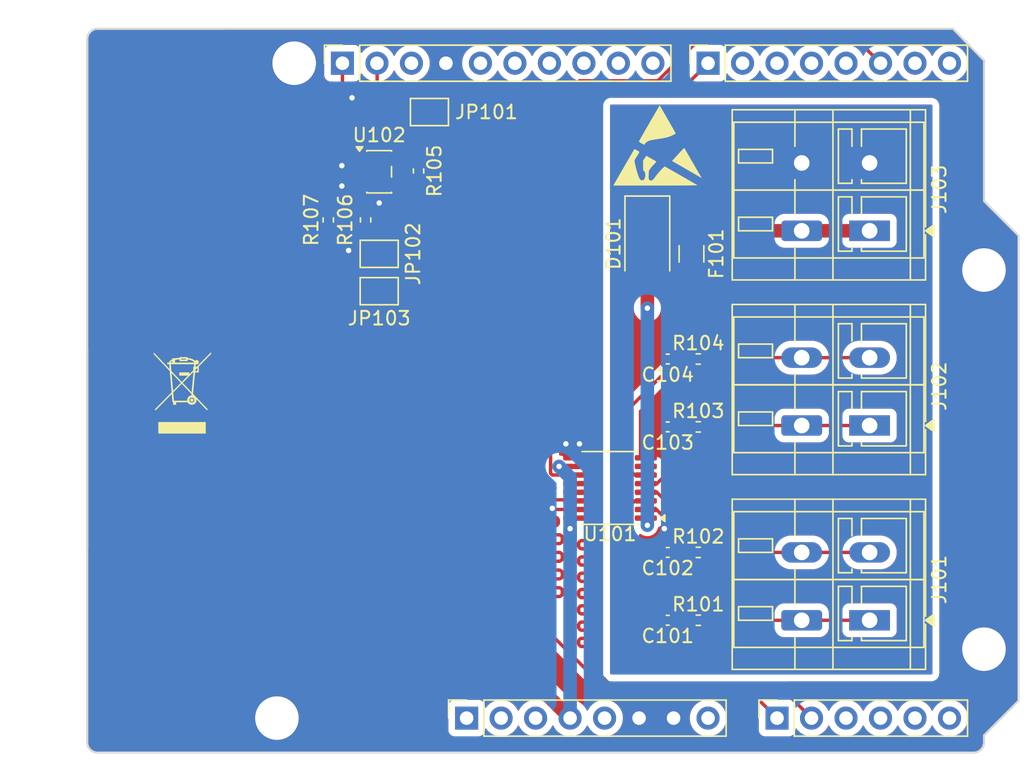
<source format=kicad_pcb>
(kicad_pcb (version 20241229) (generator "pcbnew") (generator_version "9.0")
  (title_block (title "Arduino Uno R3 rotary encoder input shield") (date "2025-12-13") (rev "0.1") (company "Eurovibes / Benedikt Spranger") (comment 1 "SPDX-License-Identifier: CERN-OHL-S-2.0") (comment 2 "https://ohwr.org/cern_ohl_s_v2.txt") (comment 3 "To view a copy of this license, visit") (comment 4 "This work is licensed under the CERN-OHL-S v2"))
  (layers (0 "F.Cu" signal) (2 "B.Cu" signal) (13 "F.Paste" user) (15 "B.Paste" user) (5 "F.SilkS" user "F.Silkscreen") (7 "B.SilkS" user "B.Silkscreen") (1 "F.Mask" user) (3 "B.Mask" user) (25 "Edge.Cuts" user))
  (net 0 "")
  (net 1 "GND")
  (net 3 "+5V")
  (net 4 "/IOREF")
  (net 5 "/A0")
  (net 6 "/A1")
  (net 7 "/A2")
  (net 8 "/A3")
  (net 9 "/SDA{slash}A4")
  (net 10 "/SCL{slash}A5")
  (net 11 "/13")
  (net 12 "/12")
  (net 13 "/AREF")
  (net 14 "/8")
  (net 15 "/7")
  (net 16 "/*11")
  (net 17 "/*10")
  (net 18 "/*9")
  (net 19 "/4")
  (net 20 "/2")
  (net 21 "/*6")
  (net 22 "/*5")
  (net 23 "/TX{slash}1")
  (net 24 "/*3")
  (net 25 "/RX{slash}0")
  (net 26 "+3V3")
  (net 27 "VCC")
  (net 28 "/~{RESET}")
  (net 29 "Net-(U101-A1)")
  (net 30 "GNDS")
  (net 31 "Net-(U101-A2)")
  (net 32 "Net-(U101-A3)")
  (net 33 "Net-(U101-A4)")
  (net 34 "VS")
  (net 35 "Net-(J103-Pin_1)")
  (net 36 "Net-(J101-Pin_2)")
  (net 37 "Net-(J101-Pin_1)")
  (net 38 "Net-(J102-Pin_1)")
  (net 39 "Net-(J102-Pin_2)")
  (net 43 "Net-(JP101-B)")
  (net 44 "Net-(JP102-A)")
  (net 45 "Net-(JP103-A)")
  (footprint "Connector_PinSocket_2.54mm:PinSocket_1x08_P2.54mm_Vertical" (layer "F.Cu") (at 127.94 97.46 90)
    (property "Reference" "J1" (hide yes))
    (property "Value" "Power")
  )
  (footprint "Connector_PinSocket_2.54mm:PinSocket_1x06_P2.54mm_Vertical" (layer "F.Cu") (at 150.8 97.46 90)
    (property "Reference" "J3" (hide yes))
    (property "Value" "Analog")
  )
  (footprint "Connector_PinSocket_2.54mm:PinSocket_1x10_P2.54mm_Vertical" (layer "F.Cu") (at 118.796 49.2 90)
    (property "Reference" "J2" (hide yes))
    (property "Value" "Digital/PWM")
  )
  (footprint "Connector_PinSocket_2.54mm:PinSocket_1x08_P2.54mm_Vertical" (layer "F.Cu") (at 145.72 49.2 90)
    (property "Reference" "J4" (hide yes))
    (property "Value" "Digital/PWM")
  )
  (footprint "TerminalBlock_WAGO:TerminalBlock_WAGO_236-402_1x02_P5.00mm_45Degree" (layer "F.Cu") (at 152.6175 61.55 90)
    (property "Reference" "J103")
    (property "Value" "PWR")
  )
  (footprint "Resistor_SMD:R_0402_1005Metric" (layer "F.Cu") (at 120.5 60.75 -90)
    (property "Reference" "R106")
    (property "Value" "10k")
  )
  (footprint "Jumper:SolderJumper-2_P1.3mm_Open_Pad1.0x1.5mm" (layer "F.Cu") (at 121.5 66)
    (property "Reference" "JP103")
    (property "Value" "~")
  )
  (footprint "Resistor_SMD:R_0402_1005Metric" (layer "F.Cu") (at 124.4 57.14 -90)
    (property "Reference" "R105")
    (property "Value" "10k")
  )
  (footprint "Jumper:SolderJumper-2_P1.3mm_Open_Pad1.0x1.5mm" (layer "F.Cu") (at 125.2 52.8 180)
    (property "Reference" "JP101")
    (property "Value" "WP")
  )
  (footprint "TerminalBlock_WAGO:TerminalBlock_WAGO_236-402_1x02_P5.00mm_45Degree" (layer "F.Cu") (at 152.6175 75.9 90)
    (property "Reference" "J102")
    (property "Value" "AB2")
  )
  (footprint "Jumper:SolderJumper-2_P1.3mm_Open_Pad1.0x1.5mm" (layer "F.Cu") (at 121.5 63.25)
    (property "Reference" "JP102")
    (property "Value" "~")
  )
  (footprint "TerminalBlock_WAGO:TerminalBlock_WAGO_236-402_1x02_P5.00mm_45Degree" (layer "F.Cu") (at 152.6175 90.25 90)
    (property "Reference" "J101")
    (property "Value" "AB1")
  )
  (footprint "Capacitor_SMD:C_0402_1005Metric" (layer "F.Cu") (at 142.75 71 180)
    (property "Reference" "C104")
    (property "Value" "22n")
  )
  (footprint "Resistor_SMD:R_0402_1005Metric" (layer "F.Cu") (at 145 85.25)
    (property "Reference" "R102")
    (property "Value" "100k")
  )
  (footprint "Symbol:ESD-Logo_6.6x6mm_SilkScreen" (layer "F.Cu") (at 142 55.25)
    (property "Reference" "REF**" (hide yes))
    (property "Value" "ESD-Logo_6.6x6mm_SilkScreen" (hide yes))
  )
  (footprint "eurovibes:LOGO" (layer "F.Cu") (at 105 51.5)
    (property "Reference" "G***" (hide yes))
    (property "Value" "LOGO" (hide yes))
  )
  (footprint "Package_TO_SOT_SMD:SOT-23-5" (layer "F.Cu") (at 121.5 57.2)
    (property "Reference" "U102")
    (property "Value" "AT24CS02-STUM")
  )
  (footprint "Arduino_MountingHole:MountingHole_3.2mm" (layer "F.Cu") (at 115.24 49.2)
    (property "Reference" "MH1" (hide yes))
    (property "Value" "MountingHole_3.2mm" (hide yes))
  )
  (footprint "Package_SO:QSOP-16_3.9x4.9mm_P0.635mm" (layer "F.Cu") (at 138.5 80.5 180)
    (property "Reference" "U101")
    (property "Value" "Si8640BA-B-IU")
  )
  (footprint "Resistor_SMD:R_0402_1005Metric" (layer "F.Cu") (at 117.75 60.75 -90)
    (property "Reference" "R107")
    (property "Value" "10k")
  )
  (footprint "Resistor_SMD:R_0402_1005Metric" (layer "F.Cu") (at 145 90.25)
    (property "Reference" "R101")
    (property "Value" "100k")
  )
  (footprint "Capacitor_SMD:C_0402_1005Metric" (layer "F.Cu") (at 142.75 90.25 180)
    (property "Reference" "C101")
    (property "Value" "22n")
  )
  (footprint "Symbol:WEEE-Logo_4.2x6mm_SilkScreen" (layer "F.Cu") (at 107 73.5)
    (property "Reference" "REF**" (hide yes))
    (property "Value" "WEEE-Logo_4.2x6mm_SilkScreen" (hide yes))
  )
  (footprint "Resistor_SMD:R_0402_1005Metric" (layer "F.Cu") (at 145 71)
    (property "Reference" "R104")
    (property "Value" "100k")
  )
  (footprint "Capacitor_SMD:C_0402_1005Metric" (layer "F.Cu") (at 142.75 76 180)
    (property "Reference" "C103")
    (property "Value" "22n")
  )
  (footprint "Resistor_SMD:R_0402_1005Metric" (layer "F.Cu") (at 145 76)
    (property "Reference" "R103")
    (property "Value" "100k")
  )
  (footprint "Arduino_MountingHole:MountingHole_3.2mm" (layer "F.Cu") (at 113.97 97.46)
    (property "Reference" "MH2" (hide yes))
    (property "Value" "MountingHole_3.2mm" (hide yes))
  )
  (footprint "Symbol:OSHW-Logo2_7.3x6mm_Copper" (layer "F.Cu") (at 107.25 81.75)
    (property "Reference" "REF**" (hide yes))
    (property "Value" "OSHW-Logo2_7.3x6mm_Copper" (hide yes))
  )
  (footprint "Arduino_MountingHole:MountingHole_3.2mm" (layer "F.Cu") (at 166.04 64.44)
    (property "Reference" "MH3" (hide yes))
    (property "Value" "MountingHole_3.2mm" (hide yes))
  )
  (footprint "Fuse:Fuse_1206_3216Metric" (layer "F.Cu") (at 144.5 63.25 -90)
    (property "Reference" "F101")
    (property "Value" "Fuse_Small")
  )
  (footprint "Arduino_MountingHole:MountingHole_3.2mm" (layer "F.Cu") (at 166.04 92.38)
    (property "Reference" "MH4" (hide yes))
    (property "Value" "MountingHole_3.2mm" (hide yes))
  )
  (footprint "Diode_SMD:D_SMA" (layer "F.Cu") (at 141.25 62.5 -90)
    (property "Reference" "D101")
    (property "Value" "SMAJ5.0CA")
  )
  (footprint "Capacitor_SMD:C_0402_1005Metric" (layer "F.Cu") (at 142.75 85.25 180)
    (property "Reference" "C102")
    (property "Value" "22n")
  )
  (gr_line (start 166.04 59.36) (end 168.58 61.9) (stroke (width 0.15)) (layer "Edge.Cuts"))
  (gr_line (start 100 99.238) (end 100 47.422) (stroke (width 0.15)) (layer "Edge.Cuts"))
  (gr_line (start 168.58 61.9) (end 168.58 96.19) (stroke (width 0.15)) (layer "Edge.Cuts"))
  (gr_line (start 165.278 100) (end 100.762 100) (stroke (width 0.15)) (layer "Edge.Cuts"))
  (gr_line (start 100.762 46.66) (end 163.75 46.66) (stroke (width 0.15)) (layer "Edge.Cuts"))
  (gr_arc (start 100.762 100) (mid 100.223185 99.776815) (end 100 99.238) (stroke (width 0.15)) (layer "Edge.Cuts"))
  (gr_line (start 168.58 96.19) (end 166.04 98.73) (stroke (width 0.15)) (layer "Edge.Cuts"))
  (gr_line (start 163.75 46.66) (end 166.04 49) (stroke (width 0.15)) (layer "Edge.Cuts"))
  (gr_arc (start 166.04 99.238) (mid 165.816815 99.776815) (end 165.278 100) (stroke (width 0.15)) (layer "Edge.Cuts"))
  (gr_line (start 166.04 49) (end 166.04 59.36) (stroke (width 0.15)) (layer "Edge.Cuts"))
  (gr_line (start 166.04 98.73) (end 166.04 99.238) (stroke (width 0.15)) (layer "Edge.Cuts"))
  (gr_arc (start 100 47.422) (mid 100.223185 46.883185) (end 100.762 46.66) (stroke (width 0.15)) (layer "Edge.Cuts"))
  (gr_text "Dreh shield v0.1\nBenedikt Spranger" (at 101 70.5 270) (layer "F.Cu") (effects (font (size 1 1) (thickness 0.25) (bold yes)) (justify left bottom)))
  (segment (start 135.8625 82.0875) (end 134.3375 82.0875) (width 0.25) (layer "F.Cu") (net 1))
  (segment (start 134.3375 82.0875) (end 134.25 82) (width 0.25) (layer "F.Cu") (net 1))
  (via (at 121.5 59.5) (size 0.6) (drill 0.4) (layers "F.Cu" "B.Cu") (net 1))
  (via (at 118.75 58.25) (size 0.6) (drill 0.4) (layers "F.Cu" "B.Cu") (net 1))
  (via (at 118.75 56.75) (size 0.6) (drill 0.4) (layers "F.Cu" "B.Cu") (net 1))
  (via (at 134.25 82) (size 0.6) (drill 0.4) (layers "F.Cu" "B.Cu") (net 1))
  (via (at 119.25 63) (size 0.6) (drill 0.4) (layers "F.Cu" "B.Cu") (net 1))
  (via (at 119.5 51.75) (size 0.6) (drill 0.4) (layers "F.Cu" "B.Cu") (net 1))
  (via (at 136.25 77.25) (size 0.6) (drill 0.4) (layers "F.Cu" "B.Cu") (net 1))
  (via (at 135.25 77.25) (size 0.6) (drill 0.4) (layers "F.Cu" "B.Cu") (net 1))
  (segment (start 132.513499 85.900702) (end 134.734501 85.900702) (width 0.25) (layer "F.Cu") (net 5))
  (segment (start 133.990702 81.374) (end 133.624 81.740702) (width 0.25) (layer "F.Cu") (net 5))
  (segment (start 133.624 88.760702) (end 133.624 90.76181) (width 0.25) (layer "F.Cu") (net 5))
  (segment (start 132.513481 84.600702) (end 134.734501 84.600702) (width 0.25) (layer "F.Cu") (net 5))
  (segment (start 133.990702 81.374) (end 135.784 81.374) (width 0.25) (layer "F.Cu") (net 5))
  (segment (start 135.8625 81.4525) (end 135.784 81.374) (width 0.25) (layer "F.Cu") (net 5))
  (segment (start 133.624 90.76181) (end 138.31319 95.451) (width 0.25) (layer "F.Cu") (net 5))
  (segment (start 134.734501 88.500702) (end 133.884 88.500702) (width 0.25) (layer "F.Cu") (net 5))
  (segment (start 132.513481 85.250702) (end 134.734501 85.250702) (width 0.25) (layer "F.Cu") (net 5))
  (segment (start 138.31319 95.451) (end 148.791 95.451) (width 0.25) (layer "F.Cu") (net 5))
  (segment (start 132.253481 87.460702) (end 132.253481 87.590702) (width 0.25) (layer "F.Cu") (net 5))
  (segment (start 133.364 82.000702) (end 132.513481 82.000702) (width 0.25) (layer "F.Cu") (net 5))
  (segment (start 132.253481 82.260702) (end 132.253481 82.390702) (width 0.25) (layer "F.Cu") (net 5))
  (segment (start 134.994501 86.810702) (end 134.994501 86.940702) (width 0.25) (layer "F.Cu") (net 5))
  (segment (start 134.694505 82.910702) (end 134.694505 83.040702) (width 0.25) (layer "F.Cu") (net 5))
  (segment (start 132.513481 83.300702) (end 134.434505 83.300702) (width 0.25) (layer "F.Cu") (net 5))
  (segment (start 132.513481 87.850702) (end 134.734501 87.850702) (width 0.25) (layer "F.Cu") (net 5))
  (segment (start 134.994501 84.210702) (end 134.994501 84.340702) (width 0.25) (layer "F.Cu") (net 5))
  (segment (start 132.513481 83.950702) (end 134.734501 83.950702) (width 0.25) (layer "F.Cu") (net 5))
  (segment (start 132.513481 82.650702) (end 134.434505 82.650702) (width 0.25) (layer "F.Cu") (net 5))
  (segment (start 134.994501 88.110702) (end 134.994501 88.240702) (width 0.25) (layer "F.Cu") (net 5))
  (segment (start 148.791 95.451) (end 150.8 97.46) (width 0.25) (layer "F.Cu") (net 5))
  (segment (start 132.253481 83.560702) (end 132.253481 83.690702) (width 0.25) (layer "F.Cu") (net 5))
  (segment (start 134.994501 85.510702) (end 134.994501 85.640702) (width 0.25) (layer "F.Cu") (net 5))
  (segment (start 132.253481 84.860702) (end 132.253481 84.990702) (width 0.25) (layer "F.Cu") (net 5))
  (segment (start 132.513481 87.200702) (end 134.734501 87.200702) (width 0.25) (layer "F.Cu") (net 5))
  (segment (start 132.253499 86.160702) (end 132.253499 86.290702) (width 0.25) (layer "F.Cu") (net 5))
  (segment (start 132.513499 86.550702) (end 134.734501 86.550702) (width 0.25) (layer "F.Cu") (net 5))
  (arc (start 134.994501 86.940702) (mid 134.918349 87.12455) (end 134.734501 87.200702) (width 0.25) (layer "F.Cu") (net 5))
  (arc (start 134.994501 85.640702) (mid 134.918349 85.82455) (end 134.734501 85.900702) (width 0.25) (layer "F.Cu") (net 5))
  (arc (start 132.253481 87.590702) (mid 132.329633 87.77455) (end 132.513481 87.850702) (width 0.25) (layer "F.Cu") (net 5))
  (arc (start 132.513499 85.900702) (mid 132.329651 85.976854) (end 132.253499 86.160702) (width 0.25) (layer "F.Cu") (net 5))
  (arc (start 133.624 81.740702) (mid 133.547848 81.92455) (end 133.364 82.000702) (width 0.25) (layer "F.Cu") (net 5))
  (arc (start 132.513481 82.000702) (mid 132.329633 82.076854) (end 132.253481 82.260702) (width 0.25) (layer "F.Cu") (net 5))
  (arc (start 134.994501 88.240702) (mid 134.918349 88.42455) (end 134.734501 88.500702) (width 0.25) (layer "F.Cu") (net 5))
  (arc (start 132.253481 83.690702) (mid 132.329633 83.87455) (end 132.513481 83.950702) (width 0.25) (layer "F.Cu") (net 5))
  (arc (start 134.734501 83.950702) (mid 134.918349 84.026854) (end 134.994501 84.210702) (width 0.25) (layer "F.Cu") (net 5))
  (arc (start 134.734501 87.850702) (mid 134.918349 87.926854) (end 134.994501 88.110702) (width 0.25) (layer "F.Cu") (net 5))
  (arc (start 132.513481 84.600702) (mid 132.329633 84.676854) (end 132.253481 84.860702) (width 0.25) (layer "F.Cu") (net 5))
  (arc (start 134.434505 82.650702) (mid 134.618353 82.726854) (end 134.694505 82.910702) (width 0.25) (layer "F.Cu") (net 5))
  (arc (start 132.513481 87.200702) (mid 132.329633 87.276854) (end 132.253481 87.460702) (width 0.25) (layer "F.Cu") (net 5))
  (arc (start 134.994501 84.340702) (mid 134.918349 84.52455) (end 134.734501 84.600702) (width 0.25) (layer "F.Cu") (net 5))
  (arc (start 132.253481 82.390702) (mid 132.329633 82.57455) (end 132.513481 82.650702) (width 0.25) (layer "F.Cu") (net 5))
  (arc (start 133.884 88.500702) (mid 133.700152 88.576854) (end 133.624 88.760702) (width 0.25) (layer "F.Cu") (net 5))
  (arc (start 134.694505 83.040702) (mid 134.618353 83.22455) (end 134.434505 83.300702) (width 0.25) (layer "F.Cu") (net 5))
  (arc (start 132.253499 86.290702) (mid 132.329651 86.47455) (end 132.513499 86.550702) (width 0.25) (layer "F.Cu") (net 5))
  (arc (start 134.734501 86.550702) (mid 134.918349 86.626854) (end 134.994501 86.810702) (width 0.25) (layer "F.Cu") (net 5))
  (arc (start 132.513481 83.300702) (mid 132.329633 83.376854) (end 132.253481 83.560702) (width 0.25) (layer "F.Cu") (net 5))
  (arc (start 132.253481 84.990702) (mid 132.329633 85.17455) (end 132.513481 85.250702) (width 0.25) (layer "F.Cu") (net 5))
  (arc (start 134.734501 85.250702) (mid 134.918349 85.326854) (end 134.994501 85.510702) (width 0.25) (layer "F.Cu") (net 5))
  (segment (start 136.187373 89.422501) (end 136.187373 89.542501) (width 0.25) (layer "F.Cu") (net 6))
  (segment (start 136.187373 88.222501) (end 136.187373 88.342501) (width 0.25) (layer "F.Cu") (net 6))
  (segment (start 136.873804 83.782501) (end 137.572609 83.782501) (width 0.25) (layer "F.Cu") (net 6))
  (segment (start 136.427391 84.982501) (end 137.572609 84.982501) (width 0.25) (layer "F.Cu") (net 6))
  (segment (start 136.427373 91.582501) (end 137.572627 91.582501) (width 0.25) (layer "F.Cu") (net 6))
  (segment (start 136.427373 87.982501) (end 137.572627 87.982501) (width 0.25) (layer "F.Cu") (net 6))
  (segment (start 136.187373 91.822501) (end 136.187373 91.942501) (width 0.25) (layer "F.Cu") (net 6))
  (segment (start 136.187391 87.022501) (end 136.187391 87.142501) (width 0.25) (layer "F.Cu") (net 6))
  (segment (start 137.812609 88.822501) (end 137.812609 88.942501) (width 0.25) (layer "F.Cu") (net 6))
  (segment (start 136.427373 92.182501) (end 137.572609 92.182501) (width 0.25) (layer "F.Cu") (net 6))
  (segment (start 136.187391 84.622501) (end 136.187391 84.742501) (width 0.25) (layer "F.Cu") (net 6))
  (segment (start 136.427373 89.782501) (end 137.572627 89.782501) (width 0.25) (layer "F.Cu") (net 6))
  (segment (start 136.427391 90.982501) (end 137.572627 90.982501) (width 0.25) (layer "F.Cu") (net 6))
  (segment (start 137 93.022501) (end 137 93.5) (width 0.25) (layer "F.Cu") (net 6))
  (segment (start 136.427373 89.182501) (end 137.572609 89.182501) (width 0.25) (layer "F.Cu") (net 6))
  (segment (start 136.747609 83.308696) (end 136.747609 83.656306) (width 0.25) (layer "F.Cu") (net 6))
  (segment (start 137.812627 87.622501) (end 137.812627 87.742501) (width 0.25) (layer "F.Cu") (net 6))
  (segment (start 136.267891 80.8175) (end 136.674999 80.8175) (width 0.25) (layer "F.Cu") (net 6))
  (segment (start 137.812609 82.822501) (end 137.812609 82.942501) (width 0.25) (layer "F.Cu") (net 6))
  (segment (start 136.427391 86.782501) (end 137.572609 86.782501) (width 0.25) (layer "F.Cu") (net 6))
  (segment (start 136.873804 83.182501) (end 137.572609 83.182501) (width 0.25) (layer "F.Cu") (net 6))
  (segment (start 136.427373 88.582501) (end 137.572609 88.582501) (width 0.25) (layer "F.Cu") (net 6))
  (segment (start 138.5 95) (end 150.88 95) (width 0.25) (layer "F.Cu") (net 6))
  (segment (start 136.187391 90.622501) (end 136.187391 90.742501) (width 0.25) (layer "F.Cu") (net 6))
  (segment (start 137.812609 92.422501) (end 137.812609 92.542501) (width 0.25) (layer "F.Cu") (net 6))
  (segment (start 137.572609 92.782501) (end 137.24 92.782501) (width 0.25) (layer "F.Cu") (net 6))
  (segment (start 137 82.222501) (end 137 82.342501) (width 0.25) (layer "F.Cu") (net 6))
  (segment (start 136.427391 86.182501) (end 137.572609 86.182501) (width 0.25) (layer "F.Cu") (net 6))
  (segment (start 137.812609 81.622501) (end 137.812609 81.742501) (width 0.25) (layer "F.Cu") (net 6))
  (segment (start 137.812627 91.222501) (end 137.812627 91.342501) (width 0.25) (layer "F.Cu") (net 6))
  (segment (start 137.812609 85.222501) (end 137.812609 85.342501) (width 0.25) (layer "F.Cu") (net 6))
  (segment (start 136.427391 90.382501) (end 137.572627 90.382501) (width 0.25) (layer "F.Cu") (net 6))
  (segment (start 150.88 95) (end 153.34 97.46) (width 0.25) (layer "F.Cu") (net 6))
  (segment (start 137.24 81.382501) (end 137.572609 81.382501) (width 0.25) (layer "F.Cu") (net 6))
  (segment (start 136.674999 80.8175) (end 137 81.142501) (width 0.25) (layer "F.Cu") (net 6))
  (segment (start 137.812609 86.422501) (end 137.812609 86.542501) (width 0.25) (layer "F.Cu") (net 6))
  (segment (start 137.572609 81.982501) (end 137.24 81.982501) (width 0.25) (layer "F.Cu") (net 6))
  (segment (start 136.427391 85.582501) (end 137.572609 85.582501) (width 0.25) (layer "F.Cu") (net 6))
  (segment (start 137.812627 90.022501) (end 137.812627 90.142501) (width 0.25) (layer "F.Cu") (net 6))
  (segment (start 136.427391 84.382501) (end 137.572609 84.382501) (width 0.25) (layer "F.Cu") (net 6))
  (segment (start 137.24 82.582501) (end 137.572609 82.582501) (width 0.25) (layer "F.Cu") (net 6))
  (segment (start 137.812609 84.022501) (end 137.812609 84.142501) (width 0.25) (layer "F.Cu") (net 6))
  (segment (start 137 93.5) (end 138.5 95) (width 0.25) (layer "F.Cu") (net 6))
  (segment (start 136.427391 87.382501) (end 137.572627 87.382501) (width 0.25) (layer "F.Cu") (net 6))
  (segment (start 136.187391 85.822501) (end 136.187391 85.942501) (width 0.25) (layer "F.Cu") (net 6))
  (arc (start 136.427391 86.782501) (mid 136.257685 86.852795) (end 136.187391 87.022501) (width 0.25) (layer "F.Cu") (net 6))
  (arc (start 136.187373 88.342501) (mid 136.257667 88.512207) (end 136.427373 88.582501) (width 0.25) (layer "F.Cu") (net 6))
  (arc (start 136.747609 83.656306) (mid 136.784571 83.745539) (end 136.873804 83.782501) (width 0.25) (layer "F.Cu") (net 6))
  (arc (start 137.572627 89.782501) (mid 137.742333 89.852795) (end 137.812627 90.022501) (width 0.25) (layer "F.Cu") (net 6))
  (arc (start 137.572609 88.582501) (mid 137.742315 88.652795) (end 137.812609 88.822501) (width 0.25) (layer "F.Cu") (net 6))
  (arc (start 137.572609 92.182501) (mid 137.742315 92.252795) (end 137.812609 92.422501) (width 0.25) (layer "F.Cu") (net 6))
  (arc (start 137.812609 82.942501) (mid 137.742315 83.112207) (end 137.572609 83.182501) (width 0.25) (layer "F.Cu") (net 6))
  (arc (start 137.572627 87.382501) (mid 137.742333 87.452795) (end 137.812627 87.622501) (width 0.25) (layer "F.Cu") (net 6))
  (arc (start 137.812609 85.342501) (mid 137.742315 85.512207) (end 137.572609 85.582501) (width 0.25) (layer "F.Cu") (net 6))
  (arc (start 137.812609 92.542501) (mid 137.742315 92.712207) (end 137.572609 92.782501) (width 0.25) (layer "F.Cu") (net 6))
  (arc (start 137.572609 84.982501) (mid 137.742315 85.052795) (end 137.812609 85.222501) (width 0.25) (layer "F.Cu") (net 6))
  (arc (start 136.187373 91.942501) (mid 136.257667 92.112207) (end 136.427373 92.182501) (width 0.25) (layer "F.Cu") (net 6))
  (arc (start 136.187391 90.742501) (mid 136.257685 90.912207) (end 136.427391 90.982501) (width 0.25) (layer "F.Cu") (net 6))
  (arc (start 137.812609 84.142501) (mid 137.742315 84.312207) (end 137.572609 84.382501) (width 0.25) (layer "F.Cu") (net 6))
  (arc (start 137.812609 81.742501) (mid 137.742315 81.912207) (end 137.572609 81.982501) (width 0.25) (layer "F.Cu") (net 6))
  (arc (start 137.812609 88.942501) (mid 137.742315 89.112207) (end 137.572609 89.182501) (width 0.25) (layer "F.Cu") (net 6))
  (arc (start 137 82.342501) (mid 137.070294 82.512207) (end 137.24 82.582501) (width 0.25) (layer "F.Cu") (net 6))
  (arc (start 137.24 81.982501) (mid 137.070294 82.052795) (end 137 82.222501) (width 0.25) (layer "F.Cu") (net 6))
  (arc (start 137.812627 87.742501) (mid 137.742333 87.912207) (end 137.572627 87.982501) (width 0.25) (layer "F.Cu") (net 6))
  (arc (start 136.427391 84.382501) (mid 136.257685 84.452795) (end 136.187391 84.622501) (width 0.25) (layer "F.Cu") (net 6))
  (arc (start 136.427391 90.382501) (mid 136.257685 90.452795) (end 136.187391 90.622501) (width 0.25) (layer "F.Cu") (net 6))
  (arc (start 136.427373 87.982501) (mid 136.257667 88.052795) (end 136.187373 88.222501) (width 0.25) (layer "F.Cu") (net 6))
  (arc (start 136.187391 84.742501) (mid 136.257685 84.912207) (end 136.427391 84.982501) (width 0.25) (layer "F.Cu") (net 6))
  (arc (start 137.572609 83.782501) (mid 137.742315 83.852795) (end 137.812609 84.022501) (width 0.25) (layer "F.Cu") (net 6))
  (arc (start 137.572627 90.982501) (mid 137.742333 91.052795) (end 137.812627 91.222501) (width 0.25) (layer "F.Cu") (net 6))
  (arc (start 136.873804 83.182501) (mid 136.784571 83.219463) (end 136.747609 83.308696) (width 0.25) (layer "F.Cu") (net 6))
  (arc (start 136.187391 87.142501) (mid 136.257685 87.312207) (end 136.427391 87.382501) (width 0.25) (layer "F.Cu") (net 6))
  (arc (start 136.427373 91.582501) (mid 136.257667 91.652795) (end 136.187373 91.822501) (width 0.25) (layer "F.Cu") (net 6))
  (arc (start 136.187373 89.542501) (mid 136.257667 89.712207) (end 136.427373 89.782501) (width 0.25) (layer "F.Cu") (net 6))
  (arc (start 137.24 92.782501) (mid 137.070294 92.852795) (end 137 93.022501) (width 0.25) (layer "F.Cu") (net 6))
  (arc (start 137.812609 86.542501) (mid 137.742315 86.712207) (end 137.572609 86.782501) (width 0.25) (layer "F.Cu") (net 6))
  (arc (start 137.812627 90.142501) (mid 137.742333 90.312207) (end 137.572627 90.382501) (width 0.25) (layer "F.Cu") (net 6))
  (arc (start 137 81.142501) (mid 137.070294 81.312207) (end 137.24 81.382501) (width 0.25) (layer "F.Cu") (net 6))
  (arc (start 137.572609 82.582501) (mid 137.742315 82.652795) (end 137.812609 82.822501) (width 0.25) (layer "F.Cu") (net 6))
  (arc (start 136.427373 89.182501) (mid 136.257667 89.252795) (end 136.187373 89.422501) (width 0.25) (layer "F.Cu") (net 6))
  (arc (start 137.572609 86.182501) (mid 137.742315 86.252795) (end 137.812609 86.422501) (width 0.25) (layer "F.Cu") (net 6))
  (arc (start 137.572609 81.382501) (mid 137.742315 81.452795) (end 137.812609 81.622501) (width 0.25) (layer "F.Cu") (net 6))
  (arc (start 137.812627 91.342501) (mid 137.742333 91.512207) (end 137.572627 91.582501) (width 0.25) (layer "F.Cu") (net 6))
  (arc (start 136.187391 85.942501) (mid 136.257685 86.112207) (end 136.427391 86.182501) (width 0.25) (layer "F.Cu") (net 6))
  (arc (start 136.427391 85.582501) (mid 136.257685 85.652795) (end 136.187391 85.822501) (width 0.25) (layer "F.Cu") (net 6))
  (segment (start 121.024999 58.15) (end 120.3625 58.15) (width 0.25) (layer "F.Cu") (net 9))
  (segment (start 120.5 60.24) (end 120.5 58.2875) (width 0.25) (layer "F.Cu") (net 9))
  (segment (start 121.351 57.823999) (end 121.024999 58.15) (width 0.25) (layer "F.Cu") (net 9))
  (segment (start 121.351 49.215) (end 121.351 57.823999) (width 0.25) (layer "F.Cu") (net 9))
  (segment (start 118.796 55.25) (end 117.75 56.296) (width 0.25) (layer "F.Cu") (net 10))
  (segment (start 118.796 49.2) (end 118.796 55.25) (width 0.25) (layer "F.Cu") (net 10))
  (segment (start 118.796 55.345999) (end 119.700001 56.25) (width 0.25) (layer "F.Cu") (net 10))
  (segment (start 118.796 55.25) (end 118.796 55.345999) (width 0.25) (layer "F.Cu") (net 10))
  (segment (start 119.700001 56.25) (end 120.3625 56.25) (width 0.25) (layer "F.Cu") (net 10))
  (segment (start 117.75 56.296) (end 117.75 60.24) (width 0.25) (layer "F.Cu") (net 10))
  (segment (start 137 79.327726) (end 137 78.827726) (width 0.25) (layer "F.Cu") (net 15))
  (segment (start 137.646813 77.00432) (end 137.646813 76.651132) (width 0.25) (layer "F.Cu") (net 15))
  (segment (start 136.853205 61.254329) (end 136.853205 60.901123) (width 0.25) (layer "F.Cu") (net 15))
  (segment (start 136.853205 70.254329) (end 136.853205 69.901123) (width 0.25) (layer "F.Cu") (net 15))
  (segment (start 137.051602 70.452726) (end 137.448407 70.452726) (width 0.25) (layer "F.Cu") (net 15))
  (segment (start 137.646813 60.50432) (end 137.646813 60.151132) (width 0.25) (layer "F.Cu") (net 15))
  (segment (start 137.051602 74.202726) (end 137.448407 74.202726) (width 0.25) (layer "F.Cu") (net 15))
  (segment (start 137.051602 71.952726) (end 137.448398 71.952726) (width 0.25) (layer "F.Cu") (net 15))
  (segment (start 137.051593 68.202726) (end 137.448398 68.202726) (width 0.25) (layer "F.Cu") (net 15))
  (segment (start 137.051602 62.202726) (end 137.448398 62.202726) (width 0.25) (layer "F.Cu") (net 15))
  (segment (start 137.646813 74.00432) (end 137.646813 73.651132) (width 0.25) (layer "F.Cu") (net 15))
  (segment (start 137.646352 59.00455) (end 137.646352 58.650902) (width 0.25) (layer "F.Cu") (net 15))
  (segment (start 137.646795 62.004329) (end 137.646795 61.651123) (width 0.25) (layer "F.Cu") (net 15))
  (segment (start 137.051602 72.702726) (end 137.448398 72.702726) (width 0.25) (layer "F.Cu") (net 15))
  (segment (start 137.051602 59.952726) (end 137.448407 59.952726) (width 0.25) (layer "F.Cu") (net 15))
  (segment (start 137.051602 61.452726) (end 137.448398 61.452726) (width 0.25) (layer "F.Cu") (net 15))
  (segment (start 137.25 52.201) (end 138.5 50.951) (width 0.25) (layer "F.Cu") (net 15))
  (segment (start 137.051602 74.952726) (end 137.448407 74.952726) (width 0.25) (layer "F.Cu") (net 15))
  (segment (start 138.5 50.951) (end 143.969 50.951) (width 0.25) (layer "F.Cu") (net 15))
  (segment (start 137.646813 71.00432) (end 137.646813 70.651132) (width 0.25) (layer "F.Cu") (net 15))
  (segment (start 137.051593 65.952726) (end 137.448398 65.952726) (width 0.25) (layer "F.Cu") (net 15))
  (segment (start 137.051602 60.702726) (end 137.448407 60.702726) (width 0.25) (layer "F.Cu") (net 15))
  (segment (start 137.051602 73.452726) (end 137.448407 73.452726) (width 0.25) (layer "F.Cu") (net 15))
  (segment (start 137.646813 78.50432) (end 137.646813 78.151132) (width 0.25) (layer "F.Cu") (net 15))
  (segment (start 137.25 58.25455) (end 137.25 52.201) (width 0.25) (layer "F.Cu") (net 15))
  (segment (start 136.853205 74.754329) (end 136.853205 74.401123) (width 0.25) (layer "F.Cu") (net 15))
  (segment (start 137.051593 75.702726) (end 137.448407 75.702726) (width 0.25) (layer "F.Cu") (net 15))
  (segment (start 137.646795 72.504329) (end 137.646795 72.151123) (width 0.25) (layer "F.Cu") (net 15))
  (segment (start 137.051593 76.452726) (end 137.448407 76.452726) (width 0.25) (layer "F.Cu") (net 15))
  (segment (start 137.125 78.702726) (end 137.448407 78.702726) (width 0.25) (layer "F.Cu") (net 15))
  (segment (start 137.076562 77.202726) (end 137.448407 77.202726) (width 0.25) (layer "F.Cu") (net 15))
  (segment (start 136.853187 76.25432) (end 136.853187 75.901132) (width 0.25) (layer "F.Cu") (net 15))
  (segment (start 136.853205 73.254329) (end 136.853205 72.901123) (width 0.25) (layer "F.Cu") (net 15))
  (segment (start 137.646795 66.504329) (end 137.646795 66.151123) (width 0.25) (layer "F.Cu") (net 15))
  (segment (start 136.853205 59.754329) (end 136.853205 59.401123) (width 0.25) (layer "F.Cu") (net 15))
  (segment (start 137.646795 69.504329) (end 137.646795 69.151123) (width 0.25) (layer "F.Cu") (net 15))
  (segment (start 137.051602 64.452726) (end 137.448398 64.452726) (width 0.25) (layer "F.Cu") (net 15))
  (segment (start 136.853205 62.754329) (end 136.853205 62.401123) (width 0.25) (layer "F.Cu") (net 15))
  (segment (start 137.051602 67.452726) (end 137.448398 67.452726) (width 0.25) (layer "F.Cu") (net 15))
  (segment (start 137.646795 68.004329) (end 137.646795 67.651123) (width 0.25) (layer "F.Cu") (net 15))
  (segment (start 137.051602 66.702726) (end 137.448398 66.702726) (width 0.25) (layer "F.Cu") (net 15))
  (segment (start 137.051602 63.702726) (end 137.448407 63.702726) (width 0.25) (layer "F.Cu") (net 15))
  (segment (start 137.076562 77.952726) (end 137.448407 77.952726) (width 0.25) (layer "F.Cu") (net 15))
  (segment (start 137.646795 65.004329) (end 137.646795 64.651123) (width 0.25) (layer "F.Cu") (net 15))
  (segment (start 136.645226 80.1825) (end 137.25 79.577726) (width 0.25) (layer "F.Cu") (net 15))
  (segment (start 136.853205 67.254329) (end 136.853205 66.901123) (width 0.25) (layer "F.Cu") (net 15))
  (segment (start 137.051602 62.952726) (end 137.448407 62.952726) (width 0.25) (layer "F.Cu") (net 15))
  (segment (start 137.051602 69.702726) (end 137.448398 69.702726) (width 0.25) (layer "F.Cu") (net 15))
  (segment (start 136.853205 71.754329) (end 136.853205 71.401123) (width 0.25) (layer "F.Cu") (net 15))
  (segment (start 137.051593 68.952726) (end 137.448398 68.952726) (width 0.25) (layer "F.Cu") (net 15))
  (segment (start 136.853205 64.254329) (end 136.853205 63.901123) (width 0.25) (layer "F.Cu") (net 15))
  (segment (start 137.051602 71.202726) (end 137.448407 71.202726) (width 0.25) (layer "F.Cu") (net 15))
  (segment (start 137.051593 65.202726) (end 137.448398 65.202726) (width 0.25) (layer "F.Cu") (net 15))
  (segment (start 137.646813 63.50432) (end 137.646813 63.151132) (width 0.25) (layer "F.Cu") (net 15))
  (segment (start 137.646813 75.50432) (end 137.646813 75.151132) (width 0.25) (layer "F.Cu") (net 15))
  (segment (start 136.853187 68.75432) (end 136.853187 68.401132) (width 0.25) (layer "F.Cu") (net 15))
  (segment (start 135.8625 80.1825) (end 136.645226 80.1825) (width 0.25) (layer "F.Cu") (net 15))
  (segment (start 137.051602 59.202726) (end 137.448176 59.202726) (width 0.25) (layer "F.Cu") (net 15))
  (segment (start 143.969 50.951) (end 145.72 49.2) (width 0.25) (layer "F.Cu") (net 15))
  (segment (start 136.903125 77.779289) (end 136.903125 77.376163) (width 0.25) (layer "F.Cu") (net 15))
  (segment (start 136.853187 65.75432) (end 136.853187 65.401132) (width 0.25) (layer "F.Cu") (net 15))
  (arc (start 136.903125 77.376163) (mid 136.953924 77.253525) (end 137.076562 77.202726) (width 0.25) (layer "F.Cu") (net 15))
  (arc (start 137.051602 74.952726) (mid 136.911314 74.894617) (end 136.853205 74.754329) (width 0.25) (layer "F.Cu") (net 15))
  (arc (start 137.051602 62.952726) (mid 136.911314 62.894617) (end 136.853205 62.754329) (width 0.25) (layer "F.Cu") (net 15))
  (arc (start 136.853187 65.401132) (mid 136.911299 65.260838) (end 137.051593 65.202726) (width 0.25) (layer "F.Cu") (net 15))
  (arc (start 136.853187 75.901132) (mid 136.911299 75.760838) (end 137.051593 75.702726) (width 0.25) (layer "F.Cu") (net 15))
  (arc (start 137.646352 58.650902) (mid 137.588308 58.51077) (end 137.448176 58.452726) (width 0.25) (layer "F.Cu") (net 15))
  (arc (start 137.448407 71.202726) (mid 137.588701 71.144614) (end 137.646813 71.00432) (width 0.25) (layer "F.Cu") (net 15))
  (arc (start 136.853205 74.401123) (mid 136.911314 74.260835) (end 137.051602 74.202726) (width 0.25) (layer "F.Cu") (net 15))
  (arc (start 137.448407 63.702726) (mid 137.588701 63.644614) (end 137.646813 63.50432) (width 0.25) (layer "F.Cu") (net 15))
  (arc (start 137.448398 66.702726) (mid 137.588686 66.644617) (end 137.646795 66.504329) (width 0.25) (layer "F.Cu") (net 15))
  (arc (start 137.051602 61.452726) (mid 136.911314 61.394617) (end 136.853205 61.254329) (width 0.25) (layer "F.Cu") (net 15))
  (arc (start 137.646795 61.651123) (mid 137.588686 61.510835) (end 137.448398 61.452726) (width 0.25) (layer "F.Cu") (net 15))
  (arc (start 137.125 79.452726) (mid 137.036612 79.416114) (end 137 79.327726) (width 0.25) (layer "F.Cu") (net 15))
  (arc (start 137.076562 77.952726) (mid 136.953924 77.901927) (end 136.903125 77.779289) (width 0.25) (layer "F.Cu") (net 15))
  (arc (start 137.448407 77.202726) (mid 137.588701 77.144614) (end 137.646813 77.00432) (width 0.25) (layer "F.Cu") (net 15))
  (arc (start 136.853205 59.401123) (mid 136.911314 59.260835) (end 137.051602 59.202726) (width 0.25) (layer "F.Cu") (net 15))
  (arc (start 137.051593 76.452726) (mid 136.911299 76.394614) (end 136.853187 76.25432) (width 0.25) (layer "F.Cu") (net 15))
  (arc (start 137.25 79.577726) (mid 137.213388 79.489338) (end 137.125 79.452726) (width 0.25) (layer "F.Cu") (net 15))
  (arc (start 136.853205 69.901123) (mid 136.911314 69.760835) (end 137.051602 69.702726) (width 0.25) (layer "F.Cu") (net 15))
  (arc (start 137.448398 68.202726) (mid 137.588686 68.144617) (end 137.646795 68.004329) (width 0.25) (layer "F.Cu") (net 15))
  (arc (start 137.646795 64.651123) (mid 137.588686 64.510835) (end 137.448398 64.452726) (width 0.25) (layer "F.Cu") (net 15))
  (arc (start 137.051602 64.452726) (mid 136.911314 64.394617) (end 136.853205 64.254329) (width 0.25) (layer "F.Cu") (net 15))
  (arc (start 137.051593 68.952726) (mid 136.911299 68.894614) (end 136.853187 68.75432) (width 0.25) (layer "F.Cu") (net 15))
  (arc (start 137.051602 71.952726) (mid 136.911314 71.894617) (end 136.853205 71.754329) (width 0.25) (layer "F.Cu") (net 15))
  (arc (start 136.853205 71.401123) (mid 136.911314 71.260835) (end 137.051602 71.202726) (width 0.25) (layer "F.Cu") (net 15))
  (arc (start 137.448398 65.202726) (mid 137.588686 65.144617) (end 137.646795 65.004329) (width 0.25) (layer "F.Cu") (net 15))
  (arc (start 137.646813 78.151132) (mid 137.588701 78.010838) (end 137.448407 77.952726) (width 0.25) (layer "F.Cu") (net 15))
  (arc (start 137.051602 70.452726) (mid 136.911314 70.394617) (end 136.853205 70.254329) (width 0.25) (layer "F.Cu") (net 15))
  (arc (start 137.448176 58.452726) (mid 137.308044 58.394682) (end 137.25 58.25455) (width 0.25) (layer "F.Cu") (net 15))
  (arc (start 137.051602 59.952726) (mid 136.911314 59.894617) (end 136.853205 59.754329) (width 0.25) (layer "F.Cu") (net 15))
  (arc (start 137.448407 74.202726) (mid 137.588701 74.144614) (end 137.646813 74.00432) (width 0.25) (layer "F.Cu") (net 15))
  (arc (start 137.448398 69.702726) (mid 137.588686 69.644617) (end 137.646795 69.504329) (width 0.25) (layer "F.Cu") (net 15))
  (arc (start 137.646813 76.651132) (mid 137.588701 76.510838) (end 137.448407 76.452726) (width 0.25) (layer "F.Cu") (net 15))
  (arc (start 137.448176 59.202726) (mid 137.588308 59.144682) (end 137.646352 59.00455) (width 0.25) (layer "F.Cu") (net 15))
  (arc (start 137.051593 65.952726) (mid 136.911299 65.894614) (end 136.853187 65.75432) (width 0.25) (layer "F.Cu") (net 15))
  (arc (start 137.646795 67.651123) (mid 137.588686 67.510835) (end 137.448398 67.452726) (width 0.25) (layer "F.Cu") (net 15))
  (arc (start 136.853205 66.901123) (mid 136.911314 66.760835) (end 137.051602 66.702726) (width 0.25) (layer "F.Cu") (net 15))
  (arc (start 137.646795 69.151123) (mid 137.588686 69.010835) (end 137.448398 68.952726) (width 0.25) (layer "F.Cu") (net 15))
  (arc (start 137.448407 75.702726) (mid 137.588701 75.644614) (end 137.646813 75.50432) (width 0.25) (layer "F.Cu") (net 15))
  (arc (start 137.646795 66.151123) (mid 137.588686 66.010835) (end 137.448398 65.952726) (width 0.25) (layer "F.Cu") (net 15))
  (arc (start 136.853205 62.401123) (mid 136.911314 62.260835) (end 137.051602 62.202726) (width 0.25) (layer "F.Cu") (net 15))
  (arc (start 137.448398 72.702726) (mid 137.588686 72.644617) (end 137.646795 72.504329) (width 0.25) (layer "F.Cu") (net 15))
  (arc (start 137.448407 60.702726) (mid 137.588701 60.644614) (end 137.646813 60.50432) (width 0.25) (layer "F.Cu") (net 15))
  (arc (start 137.646813 63.151132) (mid 137.588701 63.010838) (end 137.448407 62.952726) (width 0.25) (layer "F.Cu") (net 15))
  (arc (start 137.448398 62.202726) (mid 137.588686 62.144617) (end 137.646795 62.004329) (width 0.25) (layer "F.Cu") (net 15))
  (arc (start 137.646813 70.651132) (mid 137.588701 70.510838) (end 137.448407 70.452726) (width 0.25) (layer "F.Cu") (net 15))
  (arc (start 137.051602 67.452726) (mid 136.911314 67.394617) (end 136.853205 67.254329) (width 0.25) (layer "F.Cu") (net 15))
  (arc (start 137.646813 75.151132) (mid 137.588701 75.010838) (end 137.448407 74.952726) (width 0.25) (layer "F.Cu") (net 15))
  (arc (start 136.853205 60.901123) (mid 136.911314 60.760835) (end 137.051602 60.702726) (width 0.25) (layer "F.Cu") (net 15))
  (arc (start 137.646813 60.151132) (mid 137.588701 60.010838) (end 137.448407 59.952726) (width 0.25) (layer "F.Cu") (net 15))
  (arc (start 137.646813 73.651132) (mid 137.588701 73.510838) (end 137.448407 73.452726) (width 0.25) (layer "F.Cu") (net 15))
  (arc (start 137.646795 72.151123) (mid 137.588686 72.010835) (end 137.448398 71.952726) (width 0.25) (layer "F.Cu") (net 15))
  (arc (start 136.853187 68.401132) (mid 136.911299 68.260838) (end 137.051593 68.202726) (width 0.25) (layer "F.Cu") (net 15))
  (arc (start 137.051602 73.452726) (mid 136.911314 73.394617) (end 136.853205 73.254329) (width 0.25) (layer "F.Cu") (net 15))
  (arc (start 136.853205 63.901123) (mid 136.911314 63.760835) (end 137.051602 63.702726) (width 0.25) (layer "F.Cu") (net 15))
  (arc (start 137.448407 78.702726) (mid 137.588701 78.644614) (end 137.646813 78.50432) (width 0.25) (layer "F.Cu") (net 15))
  (arc (start 137 78.827726) (mid 137.036612 78.739338) (end 137.125 78.702726) (width 0.25) (layer "F.Cu") (net 15))
  (arc (start 136.853205 72.901123) (mid 136.911314 72.760835) (end 137.051602 72.702726) (width 0.25) (layer "F.Cu") (net 15))
  (segment (start 134.124 79.4215) (end 134.124 52.626) (width 0.25) (layer "F.Cu") (net 20))
  (segment (start 144.75 47.769116) (end 144.75 47.75) (width 0.25) (layer "F.Cu") (net 20))
  (segment (start 134.25 79.5475) (end 134.124 79.4215) (width 0.25) (layer "F.Cu") (net 20))
  (segment (start 144.75 47.75) (end 145 47.5) (width 0.25) (layer "F.Cu") (net 20))
  (segment (start 156.72 47.5) (end 158.42 49.2) (width 0.25) (layer "F.Cu") (net 20))
  (segment (start 136.25 50.5) (end 142.019116 50.5) (width 0.25) (layer "F.Cu") (net 20))
  (segment (start 134.124 52.626) (end 136.25 50.5) (width 0.25) (layer "F.Cu") (net 20))
  (segment (start 135.8625 79.5475) (end 134.25 79.5475) (width 0.25) (layer "F.Cu") (net 20))
  (segment (start 145 47.5) (end 156.72 47.5) (width 0.25) (layer "F.Cu") (net 20))
  (segment (start 142.019116 50.5) (end 144.75 47.769116) (width 0.25) (layer "F.Cu") (net 20))
  (segment (start 124.4 57.65) (end 123.1375 57.65) (width 1) (layer "F.Cu") (net 26))
  (segment (start 135.56 83.5) (end 135.56 83.025) (width 0.25) (layer "F.Cu") (net 26))
  (segment (start 123.1375 57.65) (end 122.6375 58.15) (width 1) (layer "F.Cu") (net 26))
  (segment (start 122.6375 58.15) (end 122.6375 84.5375) (width 1) (layer "F.Cu") (net 26))
  (segment (start 122.6375 84.5375) (end 135.56 97.46) (width 1) (layer "F.Cu") (net 26))
  (segment (start 135.56 83.025) (end 135.8625 82.7225) (width 0.25) (layer "F.Cu") (net 26))
  (segment (start 134.75 78.9125) (end 135.8625 78.9125) (width 0.25) (layer "F.Cu") (net 26))
  (via (at 135.56 83.5) (size 0.6) (drill 0.4) (layers "F.Cu" "B.Cu") (net 26))
  (via (at 134.75 78.9125) (size 0.6) (drill 0.4) (layers "F.Cu" "B.Cu") (net 26))
  (segment (start 135.56 85) (end 135.56 79.7225) (width 1) (layer "B.Cu") (net 26))
  (segment (start 135.56 97.46) (end 135.56 85) (width 1) (layer "B.Cu") (net 26))
  (segment (start 135.56 79.7225) (end 134.75 78.9125) (width 1) (layer "B.Cu") (net 26))
  (segment (start 135.56 85) (end 135.56 83.5) (width 1) (layer "B.Cu") (net 26))
  (segment (start 144.49 90.25) (end 143.23 90.25) (width 0.25) (layer "F.Cu") (net 29))
  (segment (start 139.999 86.709001) (end 143.23 89.940001) (width 0.25) (layer "F.Cu") (net 29))
  (segment (start 140.325001 81.4525) (end 139.999 81.778501) (width 0.25) (layer "F.Cu") (net 29))
  (segment (start 141.1375 81.4525) (end 140.325001 81.4525) (width 0.25) (layer "F.Cu") (net 29))
  (segment (start 139.999 81.778501) (end 139.999 86.709001) (width 0.25) (layer "F.Cu") (net 29))
  (segment (start 143.23 89.940001) (end 143.23 90.25) (width 0.25) (layer "F.Cu") (net 29))
  (segment (start 141.1375 82.0875) (end 141.920226 82.0875) (width 0.25) (layer "F.Cu") (net 30))
  (segment (start 141.920226 82.0875) (end 142.5 82.667274) (width 0.25) (layer "F.Cu") (net 30))
  (segment (start 142.5 82.667274) (end 142.5 83.5) (width 0.25) (layer "F.Cu") (net 30))
  (via (at 142.5 83.5) (size 0.6) (drill 0.4) (layers "F.Cu" "B.Cu") (net 30))
  (segment (start 141.1375 80.8175) (end 141.949999 80.8175) (width 0.25) (layer "F.Cu") (net 31))
  (segment (start 144.49 85.25) (end 143.23 85.25) (width 0.25) (layer "F.Cu") (net 31))
  (segment (start 141.949999 80.8175) (end 143.23 82.097501) (width 0.25) (layer "F.Cu") (net 31))
  (segment (start 143.23 82.097501) (end 143.23 85.25) (width 0.25) (layer "F.Cu") (net 31))
  (segment (start 143.23 78.902499) (end 143.23 76) (width 0.25) (layer "F.Cu") (net 32))
  (segment (start 144.49 76) (end 143.23 76) (width 0.25) (layer "F.Cu") (net 32))
  (segment (start 141.1375 80.1825) (end 141.949999 80.1825) (width 0.25) (layer "F.Cu") (net 32))
  (segment (start 141.949999 80.1825) (end 143.23 78.902499) (width 0.25) (layer "F.Cu") (net 32))
  (segment (start 143.23 71.309999) (end 143.23 71) (width 0.25) (layer "F.Cu") (net 33))
  (segment (start 144.49 71) (end 143.23 71) (width 0.25) (layer "F.Cu") (net 33))
  (segment (start 140.325001 79.5475) (end 139.999 79.221499) (width 0.25) (layer "F.Cu") (net 33))
  (segment (start 139.999 79.221499) (end 139.999 74.540999) (width 0.25) (layer "F.Cu") (net 33))
  (segment (start 139.999 74.540999) (end 143.23 71.309999) (width 0.25) (layer "F.Cu") (net 33))
  (segment (start 141.1375 79.5475) (end 140.325001 79.5475) (width 0.25) (layer "F.Cu") (net 33))
  (segment (start 141.1375 82.7225) (end 141.1375 83.1375) (width 0.25) (layer "F.Cu") (net 34))
  (segment (start 141.1375 83.1375) (end 141.25 83.25) (width 0.25) (layer "F.Cu") (net 34))
  (segment (start 144.5 64.65) (end 141.4 64.65) (width 1) (layer "F.Cu") (net 34))
  (segment (start 141.25 64.5) (end 141.25 67.25) (width 1) (layer "F.Cu") (net 34))
  (via (at 141.25 83.25) (size 0.6) (drill 0.4) (layers "F.Cu" "B.Cu") (net 34))
  (via (at 141.25 67.25) (size 0.6) (drill 0.4) (layers "F.Cu" "B.Cu") (net 34))
  (segment (start 141.25 67.25) (end 141.25 83.25) (width 1) (layer "B.Cu") (net 34))
  (segment (start 157.6175 61.55) (end 152.6175 61.55) (width 1) (layer "F.Cu") (net 35))
  (segment (start 144.8 61.55) (end 144.5 61.85) (width 1) (layer "F.Cu") (net 35))
  (segment (start 152.6175 61.55) (end 144.8 61.55) (width 1) (layer "F.Cu") (net 35))
  (segment (start 157.6175 85.25) (end 145.51 85.25) (width 0.25) (layer "F.Cu") (net 36))
  (segment (start 157.6175 90.25) (end 145.51 90.25) (width 0.25) (layer "F.Cu") (net 37))
  (segment (start 157.6175 75.9) (end 145.61 75.9) (width 0.25) (layer "F.Cu") (net 38))
  (segment (start 157.6175 70.9) (end 145.61 70.9) (width 0.25) (layer "F.Cu") (net 39))
  (segment (start 122.6375 56.25) (end 124.02 56.25) (width 0.25) (layer "F.Cu") (net 43))
  (segment (start 124.4 56.63) (end 124.4 52.95) (width 0.25) (layer "F.Cu") (net 43))
  (segment (start 124.02 56.25) (end 124.4 56.63) (width 0.25) (layer "F.Cu") (net 43))
  (segment (start 120.5 61.26) (end 120.5 62.9) (width 0.25) (layer "F.Cu") (net 44))
  (segment (start 117.75 61.26) (end 117.75 62.9) (width 0.25) (layer "F.Cu") (net 45))
  (segment (start 117.75 62.9) (end 120.85 66) (width 0.25) (layer "F.Cu") (net 45))
  (zone (net 1) (net_name "GND") (layers "F.Cu" "B.Cu") (connect_pads yes (clearance 0.5)) (min_thickness 0.1) (fill yes (thermal_gap 0.5) (thermal_bridge_width 0.5))
    (polygon (pts (xy 100 46.5) (xy 169 46.5) (xy 169 100.25) (xy 99.5 100.25)))
  )
  (zone (net 30) (net_name "GNDS") (layers "F.Cu" "B.Cu") (priority 1) (connect_pads yes (clearance 0.5)) (min_thickness 0.2) (fill yes (thermal_gap 0.5) (thermal_bridge_width 0.5))
    (polygon (pts (xy 138.5 94.25) (xy 162.25 94.25) (xy 162.25 52.25) (xy 138.5 52.25)))
  )
)
</source>
